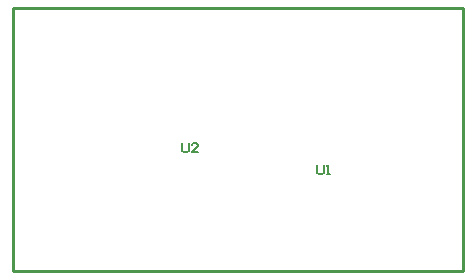
<source format=gm1>
G04*
G04 #@! TF.GenerationSoftware,Altium Limited,Altium Designer,20.2.6 (244)*
G04*
G04 Layer_Color=16711935*
%FSLAX25Y25*%
%MOIN*%
G70*
G04*
G04 #@! TF.SameCoordinates,218AD5E3-DD01-4129-9E62-BF2858C15206*
G04*
G04*
G04 #@! TF.FilePolarity,Positive*
G04*
G01*
G75*
%ADD13C,0.01000*%
%ADD28C,0.00591*%
D13*
X215000Y360000D02*
X365000D01*
Y272500D02*
Y360000D01*
X215000Y272500D02*
X365000D01*
X215000D02*
Y360000D01*
D28*
X271472Y315141D02*
Y312517D01*
X271997Y311992D01*
X273047D01*
X273571Y312517D01*
Y315141D01*
X276720Y311992D02*
X274621D01*
X276720Y314091D01*
Y314616D01*
X276195Y315141D01*
X275146D01*
X274621Y314616D01*
X316496Y307814D02*
Y305190D01*
X317021Y304665D01*
X318070D01*
X318595Y305190D01*
Y307814D01*
X319645Y304665D02*
X320694D01*
X320169D01*
Y307814D01*
X319645Y307289D01*
M02*

</source>
